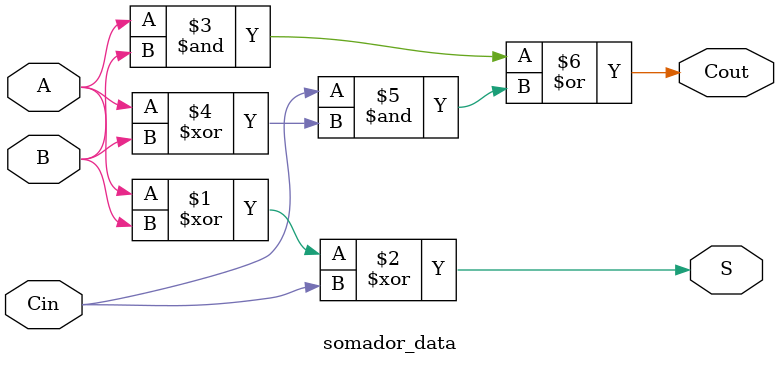
<source format=v>
module somador_data (
    input A,        // Entrada A
    input B,        // Entrada B
    input Cin,      // Carry de entrada
    output S,       // Soma
    output Cout     // Carry de saída
);

    // Fluxo de dados para a soma e carry de saída
    assign S = A ^ B ^ Cin;       // Soma é a XOR de A, B e Cin
    assign Cout = (A & B) | (Cin & (A^B)); // Carry de saída é a combinação dos carries de A, B e Cin

endmodule

</source>
